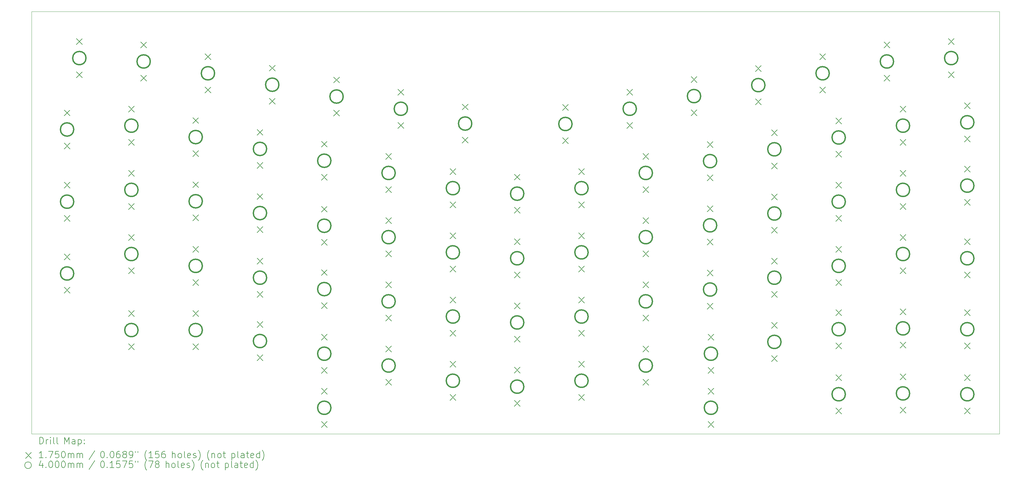
<source format=gbr>
%FSLAX45Y45*%
G04 Gerber Fmt 4.5, Leading zero omitted, Abs format (unit mm)*
G04 Created by KiCad (PCBNEW (6.99.0-1603-g82820d4b1c)) date 2022-06-17 11:00:47*
%MOMM*%
%LPD*%
G01*
G04 APERTURE LIST*
%TA.AperFunction,Profile*%
%ADD10C,0.100000*%
%TD*%
%ADD11C,0.200000*%
%ADD12C,0.175000*%
%ADD13C,0.400000*%
G04 APERTURE END LIST*
D10*
X29540200Y-4572000D02*
X29540200Y-17272000D01*
X482600Y-4572000D02*
X29540200Y-4572000D01*
X482600Y-17272000D02*
X482600Y-4572000D01*
X29540200Y-17272000D02*
X482600Y-17272000D01*
D11*
D12*
X1461900Y-7528800D02*
X1636900Y-7703800D01*
X1636900Y-7528800D02*
X1461900Y-7703800D01*
X1461900Y-8526800D02*
X1636900Y-8701800D01*
X1636900Y-8526800D02*
X1461900Y-8701800D01*
X1461900Y-9700500D02*
X1636900Y-9875500D01*
X1636900Y-9700500D02*
X1461900Y-9875500D01*
X1461900Y-10698500D02*
X1636900Y-10873500D01*
X1636900Y-10698500D02*
X1461900Y-10873500D01*
X1461900Y-11859500D02*
X1636900Y-12034500D01*
X1636900Y-11859500D02*
X1461900Y-12034500D01*
X1461900Y-12857500D02*
X1636900Y-13032500D01*
X1636900Y-12857500D02*
X1461900Y-13032500D01*
X1830200Y-5382500D02*
X2005200Y-5557500D01*
X2005200Y-5382500D02*
X1830200Y-5557500D01*
X1830200Y-6380500D02*
X2005200Y-6555500D01*
X2005200Y-6380500D02*
X1830200Y-6555500D01*
X3392300Y-7414500D02*
X3567300Y-7589500D01*
X3567300Y-7414500D02*
X3392300Y-7589500D01*
X3392300Y-8412500D02*
X3567300Y-8587500D01*
X3567300Y-8412500D02*
X3392300Y-8587500D01*
X3392300Y-9344900D02*
X3567300Y-9519900D01*
X3567300Y-9344900D02*
X3392300Y-9519900D01*
X3392300Y-10342900D02*
X3567300Y-10517900D01*
X3567300Y-10342900D02*
X3392300Y-10517900D01*
X3392300Y-11275300D02*
X3567300Y-11450300D01*
X3567300Y-11275300D02*
X3392300Y-11450300D01*
X3392300Y-12273300D02*
X3567300Y-12448300D01*
X3567300Y-12273300D02*
X3392300Y-12448300D01*
X3392300Y-13561300D02*
X3567300Y-13736300D01*
X3567300Y-13561300D02*
X3392300Y-13736300D01*
X3392300Y-14559300D02*
X3567300Y-14734300D01*
X3567300Y-14559300D02*
X3392300Y-14734300D01*
X3760600Y-5484100D02*
X3935600Y-5659100D01*
X3935600Y-5484100D02*
X3760600Y-5659100D01*
X3760600Y-6482100D02*
X3935600Y-6657100D01*
X3935600Y-6482100D02*
X3760600Y-6657100D01*
X5322700Y-7757400D02*
X5497700Y-7932400D01*
X5497700Y-7757400D02*
X5322700Y-7932400D01*
X5322700Y-8755400D02*
X5497700Y-8930400D01*
X5497700Y-8755400D02*
X5322700Y-8930400D01*
X5322700Y-9687800D02*
X5497700Y-9862800D01*
X5497700Y-9687800D02*
X5322700Y-9862800D01*
X5322700Y-10685800D02*
X5497700Y-10860800D01*
X5497700Y-10685800D02*
X5322700Y-10860800D01*
X5322700Y-11630900D02*
X5497700Y-11805900D01*
X5497700Y-11630900D02*
X5322700Y-11805900D01*
X5322700Y-12628900D02*
X5497700Y-12803900D01*
X5497700Y-12628900D02*
X5322700Y-12803900D01*
X5322700Y-13561300D02*
X5497700Y-13736300D01*
X5497700Y-13561300D02*
X5322700Y-13736300D01*
X5322700Y-14559300D02*
X5497700Y-14734300D01*
X5497700Y-14559300D02*
X5322700Y-14734300D01*
X5691000Y-5839700D02*
X5866000Y-6014700D01*
X5866000Y-5839700D02*
X5691000Y-6014700D01*
X5691000Y-6837700D02*
X5866000Y-7012700D01*
X5866000Y-6837700D02*
X5691000Y-7012700D01*
X7253100Y-8113000D02*
X7428100Y-8288000D01*
X7428100Y-8113000D02*
X7253100Y-8288000D01*
X7253100Y-9111000D02*
X7428100Y-9286000D01*
X7428100Y-9111000D02*
X7253100Y-9286000D01*
X7253100Y-10043400D02*
X7428100Y-10218400D01*
X7428100Y-10043400D02*
X7253100Y-10218400D01*
X7253100Y-11041400D02*
X7428100Y-11216400D01*
X7428100Y-11041400D02*
X7253100Y-11216400D01*
X7253100Y-11986500D02*
X7428100Y-12161500D01*
X7428100Y-11986500D02*
X7253100Y-12161500D01*
X7253100Y-12984500D02*
X7428100Y-13159500D01*
X7428100Y-12984500D02*
X7253100Y-13159500D01*
X7253100Y-13891500D02*
X7428100Y-14066500D01*
X7428100Y-13891500D02*
X7253100Y-14066500D01*
X7253100Y-14889500D02*
X7428100Y-15064500D01*
X7428100Y-14889500D02*
X7253100Y-15064500D01*
X7621400Y-6182600D02*
X7796400Y-6357600D01*
X7796400Y-6182600D02*
X7621400Y-6357600D01*
X7621400Y-7180600D02*
X7796400Y-7355600D01*
X7796400Y-7180600D02*
X7621400Y-7355600D01*
X9183500Y-8468600D02*
X9358500Y-8643600D01*
X9358500Y-8468600D02*
X9183500Y-8643600D01*
X9183500Y-9466600D02*
X9358500Y-9641600D01*
X9358500Y-9466600D02*
X9183500Y-9641600D01*
X9183500Y-10424400D02*
X9358500Y-10599400D01*
X9358500Y-10424400D02*
X9183500Y-10599400D01*
X9183500Y-11422400D02*
X9358500Y-11597400D01*
X9358500Y-11422400D02*
X9183500Y-11597400D01*
X9183500Y-12329400D02*
X9358500Y-12504400D01*
X9358500Y-12329400D02*
X9183500Y-12504400D01*
X9183500Y-13327400D02*
X9358500Y-13502400D01*
X9358500Y-13327400D02*
X9183500Y-13502400D01*
X9183500Y-14272500D02*
X9358500Y-14447500D01*
X9358500Y-14272500D02*
X9183500Y-14447500D01*
X9183500Y-15270500D02*
X9358500Y-15445500D01*
X9358500Y-15270500D02*
X9183500Y-15445500D01*
X9183500Y-15898100D02*
X9358500Y-16073100D01*
X9358500Y-15898100D02*
X9183500Y-16073100D01*
X9183500Y-16896100D02*
X9358500Y-17071100D01*
X9358500Y-16896100D02*
X9183500Y-17071100D01*
X9551800Y-6538200D02*
X9726800Y-6713200D01*
X9726800Y-6538200D02*
X9551800Y-6713200D01*
X9551800Y-7536200D02*
X9726800Y-7711200D01*
X9726800Y-7536200D02*
X9551800Y-7711200D01*
X11113900Y-8836900D02*
X11288900Y-9011900D01*
X11288900Y-8836900D02*
X11113900Y-9011900D01*
X11113900Y-9834900D02*
X11288900Y-10009900D01*
X11288900Y-9834900D02*
X11113900Y-10009900D01*
X11113900Y-10767300D02*
X11288900Y-10942300D01*
X11288900Y-10767300D02*
X11113900Y-10942300D01*
X11113900Y-11765300D02*
X11288900Y-11940300D01*
X11288900Y-11765300D02*
X11113900Y-11940300D01*
X11113900Y-12697700D02*
X11288900Y-12872700D01*
X11288900Y-12697700D02*
X11113900Y-12872700D01*
X11113900Y-13695700D02*
X11288900Y-13870700D01*
X11288900Y-13695700D02*
X11113900Y-13870700D01*
X11113900Y-14628100D02*
X11288900Y-14803100D01*
X11288900Y-14628100D02*
X11113900Y-14803100D01*
X11113900Y-15626100D02*
X11288900Y-15801100D01*
X11288900Y-15626100D02*
X11113900Y-15801100D01*
X11482200Y-6906500D02*
X11657200Y-7081500D01*
X11657200Y-6906500D02*
X11482200Y-7081500D01*
X11482200Y-7904500D02*
X11657200Y-8079500D01*
X11657200Y-7904500D02*
X11482200Y-8079500D01*
X13044300Y-9294100D02*
X13219300Y-9469100D01*
X13219300Y-9294100D02*
X13044300Y-9469100D01*
X13044300Y-10292100D02*
X13219300Y-10467100D01*
X13219300Y-10292100D02*
X13044300Y-10467100D01*
X13044300Y-11224500D02*
X13219300Y-11399500D01*
X13219300Y-11224500D02*
X13044300Y-11399500D01*
X13044300Y-12222500D02*
X13219300Y-12397500D01*
X13219300Y-12222500D02*
X13044300Y-12397500D01*
X13044300Y-13154900D02*
X13219300Y-13329900D01*
X13219300Y-13154900D02*
X13044300Y-13329900D01*
X13044300Y-14152900D02*
X13219300Y-14327900D01*
X13219300Y-14152900D02*
X13044300Y-14327900D01*
X13044300Y-15085300D02*
X13219300Y-15260300D01*
X13219300Y-15085300D02*
X13044300Y-15260300D01*
X13044300Y-16083300D02*
X13219300Y-16258300D01*
X13219300Y-16083300D02*
X13044300Y-16258300D01*
X13412600Y-7351000D02*
X13587600Y-7526000D01*
X13587600Y-7351000D02*
X13412600Y-7526000D01*
X13412600Y-8349000D02*
X13587600Y-8524000D01*
X13587600Y-8349000D02*
X13412600Y-8524000D01*
X14974700Y-9459200D02*
X15149700Y-9634200D01*
X15149700Y-9459200D02*
X14974700Y-9634200D01*
X14974700Y-10457200D02*
X15149700Y-10632200D01*
X15149700Y-10457200D02*
X14974700Y-10632200D01*
X14974700Y-11402300D02*
X15149700Y-11577300D01*
X15149700Y-11402300D02*
X14974700Y-11577300D01*
X14974700Y-12400300D02*
X15149700Y-12575300D01*
X15149700Y-12400300D02*
X14974700Y-12575300D01*
X14974700Y-13332700D02*
X15149700Y-13507700D01*
X15149700Y-13332700D02*
X14974700Y-13507700D01*
X14974700Y-14330700D02*
X15149700Y-14505700D01*
X15149700Y-14330700D02*
X14974700Y-14505700D01*
X14974700Y-15263100D02*
X15149700Y-15438100D01*
X15149700Y-15263100D02*
X14974700Y-15438100D01*
X14974700Y-16261100D02*
X15149700Y-16436100D01*
X15149700Y-16261100D02*
X14974700Y-16436100D01*
X16422500Y-7363700D02*
X16597500Y-7538700D01*
X16597500Y-7363700D02*
X16422500Y-7538700D01*
X16422500Y-8361700D02*
X16597500Y-8536700D01*
X16597500Y-8361700D02*
X16422500Y-8536700D01*
X16905100Y-9294100D02*
X17080100Y-9469100D01*
X17080100Y-9294100D02*
X16905100Y-9469100D01*
X16905100Y-10292100D02*
X17080100Y-10467100D01*
X17080100Y-10292100D02*
X16905100Y-10467100D01*
X16905100Y-11224500D02*
X17080100Y-11399500D01*
X17080100Y-11224500D02*
X16905100Y-11399500D01*
X16905100Y-12222500D02*
X17080100Y-12397500D01*
X17080100Y-12222500D02*
X16905100Y-12397500D01*
X16905100Y-13154900D02*
X17080100Y-13329900D01*
X17080100Y-13154900D02*
X16905100Y-13329900D01*
X16905100Y-14152900D02*
X17080100Y-14327900D01*
X17080100Y-14152900D02*
X16905100Y-14327900D01*
X16905100Y-15085300D02*
X17080100Y-15260300D01*
X17080100Y-15085300D02*
X16905100Y-15260300D01*
X16905100Y-16083300D02*
X17080100Y-16258300D01*
X17080100Y-16083300D02*
X16905100Y-16258300D01*
X18352900Y-6906500D02*
X18527900Y-7081500D01*
X18527900Y-6906500D02*
X18352900Y-7081500D01*
X18352900Y-7904500D02*
X18527900Y-8079500D01*
X18527900Y-7904500D02*
X18352900Y-8079500D01*
X18835500Y-8836900D02*
X19010500Y-9011900D01*
X19010500Y-8836900D02*
X18835500Y-9011900D01*
X18835500Y-9834900D02*
X19010500Y-10009900D01*
X19010500Y-9834900D02*
X18835500Y-10009900D01*
X18835500Y-10767300D02*
X19010500Y-10942300D01*
X19010500Y-10767300D02*
X18835500Y-10942300D01*
X18835500Y-11765300D02*
X19010500Y-11940300D01*
X19010500Y-11765300D02*
X18835500Y-11940300D01*
X18835500Y-12697700D02*
X19010500Y-12872700D01*
X19010500Y-12697700D02*
X18835500Y-12872700D01*
X18835500Y-13695700D02*
X19010500Y-13870700D01*
X19010500Y-13695700D02*
X18835500Y-13870700D01*
X18835500Y-14628100D02*
X19010500Y-14803100D01*
X19010500Y-14628100D02*
X18835500Y-14803100D01*
X18835500Y-15626100D02*
X19010500Y-15801100D01*
X19010500Y-15626100D02*
X18835500Y-15801100D01*
X20283300Y-6525500D02*
X20458300Y-6700500D01*
X20458300Y-6525500D02*
X20283300Y-6700500D01*
X20283300Y-7523500D02*
X20458300Y-7698500D01*
X20458300Y-7523500D02*
X20283300Y-7698500D01*
X20765900Y-8481300D02*
X20940900Y-8656300D01*
X20940900Y-8481300D02*
X20765900Y-8656300D01*
X20765900Y-9479300D02*
X20940900Y-9654300D01*
X20940900Y-9479300D02*
X20765900Y-9654300D01*
X20765900Y-10411700D02*
X20940900Y-10586700D01*
X20940900Y-10411700D02*
X20765900Y-10586700D01*
X20765900Y-11409700D02*
X20940900Y-11584700D01*
X20940900Y-11409700D02*
X20765900Y-11584700D01*
X20765900Y-12342100D02*
X20940900Y-12517100D01*
X20940900Y-12342100D02*
X20765900Y-12517100D01*
X20765900Y-13340100D02*
X20940900Y-13515100D01*
X20940900Y-13340100D02*
X20765900Y-13515100D01*
X20791300Y-14272500D02*
X20966300Y-14447500D01*
X20966300Y-14272500D02*
X20791300Y-14447500D01*
X20791300Y-15270500D02*
X20966300Y-15445500D01*
X20966300Y-15270500D02*
X20791300Y-15445500D01*
X20791300Y-15898100D02*
X20966300Y-16073100D01*
X20966300Y-15898100D02*
X20791300Y-16073100D01*
X20791300Y-16896100D02*
X20966300Y-17071100D01*
X20966300Y-16896100D02*
X20791300Y-17071100D01*
X22213700Y-6195300D02*
X22388700Y-6370300D01*
X22388700Y-6195300D02*
X22213700Y-6370300D01*
X22213700Y-7193300D02*
X22388700Y-7368300D01*
X22388700Y-7193300D02*
X22213700Y-7368300D01*
X22696300Y-8125700D02*
X22871300Y-8300700D01*
X22871300Y-8125700D02*
X22696300Y-8300700D01*
X22696300Y-9123700D02*
X22871300Y-9298700D01*
X22871300Y-9123700D02*
X22696300Y-9298700D01*
X22696300Y-10056100D02*
X22871300Y-10231100D01*
X22871300Y-10056100D02*
X22696300Y-10231100D01*
X22696300Y-11054100D02*
X22871300Y-11229100D01*
X22871300Y-11054100D02*
X22696300Y-11229100D01*
X22696300Y-11986500D02*
X22871300Y-12161500D01*
X22871300Y-11986500D02*
X22696300Y-12161500D01*
X22696300Y-12984500D02*
X22871300Y-13159500D01*
X22871300Y-12984500D02*
X22696300Y-13159500D01*
X22696300Y-13916900D02*
X22871300Y-14091900D01*
X22871300Y-13916900D02*
X22696300Y-14091900D01*
X22696300Y-14914900D02*
X22871300Y-15089900D01*
X22871300Y-14914900D02*
X22696300Y-15089900D01*
X24144100Y-5839700D02*
X24319100Y-6014700D01*
X24319100Y-5839700D02*
X24144100Y-6014700D01*
X24144100Y-6837700D02*
X24319100Y-7012700D01*
X24319100Y-6837700D02*
X24144100Y-7012700D01*
X24626700Y-7770100D02*
X24801700Y-7945100D01*
X24801700Y-7770100D02*
X24626700Y-7945100D01*
X24626700Y-8768100D02*
X24801700Y-8943100D01*
X24801700Y-8768100D02*
X24626700Y-8943100D01*
X24626700Y-9700500D02*
X24801700Y-9875500D01*
X24801700Y-9700500D02*
X24626700Y-9875500D01*
X24626700Y-10698500D02*
X24801700Y-10873500D01*
X24801700Y-10698500D02*
X24626700Y-10873500D01*
X24626700Y-11630900D02*
X24801700Y-11805900D01*
X24801700Y-11630900D02*
X24626700Y-11805900D01*
X24626700Y-12628900D02*
X24801700Y-12803900D01*
X24801700Y-12628900D02*
X24626700Y-12803900D01*
X24626700Y-13535900D02*
X24801700Y-13710900D01*
X24801700Y-13535900D02*
X24626700Y-13710900D01*
X24626700Y-14533900D02*
X24801700Y-14708900D01*
X24801700Y-14533900D02*
X24626700Y-14708900D01*
X24626700Y-15491700D02*
X24801700Y-15666700D01*
X24801700Y-15491700D02*
X24626700Y-15666700D01*
X24626700Y-16489700D02*
X24801700Y-16664700D01*
X24801700Y-16489700D02*
X24626700Y-16664700D01*
X26074500Y-5484100D02*
X26249500Y-5659100D01*
X26249500Y-5484100D02*
X26074500Y-5659100D01*
X26074500Y-6482100D02*
X26249500Y-6657100D01*
X26249500Y-6482100D02*
X26074500Y-6657100D01*
X26557100Y-7414500D02*
X26732100Y-7589500D01*
X26732100Y-7414500D02*
X26557100Y-7589500D01*
X26557100Y-8412500D02*
X26732100Y-8587500D01*
X26732100Y-8412500D02*
X26557100Y-8587500D01*
X26557100Y-9344900D02*
X26732100Y-9519900D01*
X26732100Y-9344900D02*
X26557100Y-9519900D01*
X26557100Y-10342900D02*
X26732100Y-10517900D01*
X26732100Y-10342900D02*
X26557100Y-10517900D01*
X26557100Y-11275300D02*
X26732100Y-11450300D01*
X26732100Y-11275300D02*
X26557100Y-11450300D01*
X26557100Y-12273300D02*
X26732100Y-12448300D01*
X26732100Y-12273300D02*
X26557100Y-12448300D01*
X26557100Y-13510500D02*
X26732100Y-13685500D01*
X26732100Y-13510500D02*
X26557100Y-13685500D01*
X26557100Y-14508500D02*
X26732100Y-14683500D01*
X26732100Y-14508500D02*
X26557100Y-14683500D01*
X26557100Y-15466300D02*
X26732100Y-15641300D01*
X26732100Y-15466300D02*
X26557100Y-15641300D01*
X26557100Y-16464300D02*
X26732100Y-16639300D01*
X26732100Y-16464300D02*
X26557100Y-16639300D01*
X28004900Y-5382500D02*
X28179900Y-5557500D01*
X28179900Y-5382500D02*
X28004900Y-5557500D01*
X28004900Y-6380500D02*
X28179900Y-6555500D01*
X28179900Y-6380500D02*
X28004900Y-6555500D01*
X28487500Y-7312900D02*
X28662500Y-7487900D01*
X28662500Y-7312900D02*
X28487500Y-7487900D01*
X28487500Y-8310900D02*
X28662500Y-8485900D01*
X28662500Y-8310900D02*
X28487500Y-8485900D01*
X28487500Y-9217900D02*
X28662500Y-9392900D01*
X28662500Y-9217900D02*
X28487500Y-9392900D01*
X28487500Y-10215900D02*
X28662500Y-10390900D01*
X28662500Y-10215900D02*
X28487500Y-10390900D01*
X28487500Y-11402300D02*
X28662500Y-11577300D01*
X28662500Y-11402300D02*
X28487500Y-11577300D01*
X28487500Y-12400300D02*
X28662500Y-12575300D01*
X28662500Y-12400300D02*
X28487500Y-12575300D01*
X28487500Y-13535900D02*
X28662500Y-13710900D01*
X28662500Y-13535900D02*
X28487500Y-13710900D01*
X28487500Y-14533900D02*
X28662500Y-14708900D01*
X28662500Y-14533900D02*
X28487500Y-14708900D01*
X28487500Y-15491700D02*
X28662500Y-15666700D01*
X28662500Y-15491700D02*
X28487500Y-15666700D01*
X28487500Y-16489700D02*
X28662500Y-16664700D01*
X28662500Y-16489700D02*
X28487500Y-16664700D01*
D13*
X1749400Y-8115300D02*
G75*
G03*
X1749400Y-8115300I-200000J0D01*
G01*
X1749400Y-10287000D02*
G75*
G03*
X1749400Y-10287000I-200000J0D01*
G01*
X1749400Y-12446000D02*
G75*
G03*
X1749400Y-12446000I-200000J0D01*
G01*
X2117700Y-5969000D02*
G75*
G03*
X2117700Y-5969000I-200000J0D01*
G01*
X3679800Y-8001000D02*
G75*
G03*
X3679800Y-8001000I-200000J0D01*
G01*
X3679800Y-9931400D02*
G75*
G03*
X3679800Y-9931400I-200000J0D01*
G01*
X3679800Y-11861800D02*
G75*
G03*
X3679800Y-11861800I-200000J0D01*
G01*
X3679800Y-14147800D02*
G75*
G03*
X3679800Y-14147800I-200000J0D01*
G01*
X4048100Y-6070600D02*
G75*
G03*
X4048100Y-6070600I-200000J0D01*
G01*
X5610200Y-8343900D02*
G75*
G03*
X5610200Y-8343900I-200000J0D01*
G01*
X5610200Y-10274300D02*
G75*
G03*
X5610200Y-10274300I-200000J0D01*
G01*
X5610200Y-12217400D02*
G75*
G03*
X5610200Y-12217400I-200000J0D01*
G01*
X5610200Y-14147800D02*
G75*
G03*
X5610200Y-14147800I-200000J0D01*
G01*
X5978500Y-6426200D02*
G75*
G03*
X5978500Y-6426200I-200000J0D01*
G01*
X7540600Y-8699500D02*
G75*
G03*
X7540600Y-8699500I-200000J0D01*
G01*
X7540600Y-10629900D02*
G75*
G03*
X7540600Y-10629900I-200000J0D01*
G01*
X7540600Y-12573000D02*
G75*
G03*
X7540600Y-12573000I-200000J0D01*
G01*
X7540600Y-14478000D02*
G75*
G03*
X7540600Y-14478000I-200000J0D01*
G01*
X7908900Y-6769100D02*
G75*
G03*
X7908900Y-6769100I-200000J0D01*
G01*
X9471000Y-9055100D02*
G75*
G03*
X9471000Y-9055100I-200000J0D01*
G01*
X9471000Y-11010900D02*
G75*
G03*
X9471000Y-11010900I-200000J0D01*
G01*
X9471000Y-12915900D02*
G75*
G03*
X9471000Y-12915900I-200000J0D01*
G01*
X9471000Y-14859000D02*
G75*
G03*
X9471000Y-14859000I-200000J0D01*
G01*
X9471000Y-16484600D02*
G75*
G03*
X9471000Y-16484600I-200000J0D01*
G01*
X9839300Y-7124700D02*
G75*
G03*
X9839300Y-7124700I-200000J0D01*
G01*
X11401400Y-9423400D02*
G75*
G03*
X11401400Y-9423400I-200000J0D01*
G01*
X11401400Y-11353800D02*
G75*
G03*
X11401400Y-11353800I-200000J0D01*
G01*
X11401400Y-13284200D02*
G75*
G03*
X11401400Y-13284200I-200000J0D01*
G01*
X11401400Y-15214600D02*
G75*
G03*
X11401400Y-15214600I-200000J0D01*
G01*
X11769700Y-7493000D02*
G75*
G03*
X11769700Y-7493000I-200000J0D01*
G01*
X13331800Y-9880600D02*
G75*
G03*
X13331800Y-9880600I-200000J0D01*
G01*
X13331800Y-11811000D02*
G75*
G03*
X13331800Y-11811000I-200000J0D01*
G01*
X13331800Y-13741400D02*
G75*
G03*
X13331800Y-13741400I-200000J0D01*
G01*
X13331800Y-15671800D02*
G75*
G03*
X13331800Y-15671800I-200000J0D01*
G01*
X13700100Y-7937500D02*
G75*
G03*
X13700100Y-7937500I-200000J0D01*
G01*
X15262200Y-10045700D02*
G75*
G03*
X15262200Y-10045700I-200000J0D01*
G01*
X15262200Y-11988800D02*
G75*
G03*
X15262200Y-11988800I-200000J0D01*
G01*
X15262200Y-13919200D02*
G75*
G03*
X15262200Y-13919200I-200000J0D01*
G01*
X15262200Y-15849600D02*
G75*
G03*
X15262200Y-15849600I-200000J0D01*
G01*
X16710000Y-7950200D02*
G75*
G03*
X16710000Y-7950200I-200000J0D01*
G01*
X17192600Y-9880600D02*
G75*
G03*
X17192600Y-9880600I-200000J0D01*
G01*
X17192600Y-11811000D02*
G75*
G03*
X17192600Y-11811000I-200000J0D01*
G01*
X17192600Y-13741400D02*
G75*
G03*
X17192600Y-13741400I-200000J0D01*
G01*
X17192600Y-15671800D02*
G75*
G03*
X17192600Y-15671800I-200000J0D01*
G01*
X18640400Y-7493000D02*
G75*
G03*
X18640400Y-7493000I-200000J0D01*
G01*
X19123000Y-9423400D02*
G75*
G03*
X19123000Y-9423400I-200000J0D01*
G01*
X19123000Y-11353800D02*
G75*
G03*
X19123000Y-11353800I-200000J0D01*
G01*
X19123000Y-13284200D02*
G75*
G03*
X19123000Y-13284200I-200000J0D01*
G01*
X19123000Y-15214600D02*
G75*
G03*
X19123000Y-15214600I-200000J0D01*
G01*
X20570800Y-7112000D02*
G75*
G03*
X20570800Y-7112000I-200000J0D01*
G01*
X21053400Y-9067800D02*
G75*
G03*
X21053400Y-9067800I-200000J0D01*
G01*
X21053400Y-10998200D02*
G75*
G03*
X21053400Y-10998200I-200000J0D01*
G01*
X21053400Y-12928600D02*
G75*
G03*
X21053400Y-12928600I-200000J0D01*
G01*
X21078800Y-14859000D02*
G75*
G03*
X21078800Y-14859000I-200000J0D01*
G01*
X21078800Y-16484600D02*
G75*
G03*
X21078800Y-16484600I-200000J0D01*
G01*
X22501200Y-6781800D02*
G75*
G03*
X22501200Y-6781800I-200000J0D01*
G01*
X22983800Y-8712200D02*
G75*
G03*
X22983800Y-8712200I-200000J0D01*
G01*
X22983800Y-10642600D02*
G75*
G03*
X22983800Y-10642600I-200000J0D01*
G01*
X22983800Y-12573000D02*
G75*
G03*
X22983800Y-12573000I-200000J0D01*
G01*
X22983800Y-14503400D02*
G75*
G03*
X22983800Y-14503400I-200000J0D01*
G01*
X24431600Y-6426200D02*
G75*
G03*
X24431600Y-6426200I-200000J0D01*
G01*
X24914200Y-8356600D02*
G75*
G03*
X24914200Y-8356600I-200000J0D01*
G01*
X24914200Y-10287000D02*
G75*
G03*
X24914200Y-10287000I-200000J0D01*
G01*
X24914200Y-12217400D02*
G75*
G03*
X24914200Y-12217400I-200000J0D01*
G01*
X24914200Y-14122400D02*
G75*
G03*
X24914200Y-14122400I-200000J0D01*
G01*
X24914200Y-16078200D02*
G75*
G03*
X24914200Y-16078200I-200000J0D01*
G01*
X26362000Y-6070600D02*
G75*
G03*
X26362000Y-6070600I-200000J0D01*
G01*
X26844600Y-8001000D02*
G75*
G03*
X26844600Y-8001000I-200000J0D01*
G01*
X26844600Y-9931400D02*
G75*
G03*
X26844600Y-9931400I-200000J0D01*
G01*
X26844600Y-11861800D02*
G75*
G03*
X26844600Y-11861800I-200000J0D01*
G01*
X26844600Y-14097000D02*
G75*
G03*
X26844600Y-14097000I-200000J0D01*
G01*
X26844600Y-16052800D02*
G75*
G03*
X26844600Y-16052800I-200000J0D01*
G01*
X28292400Y-5969000D02*
G75*
G03*
X28292400Y-5969000I-200000J0D01*
G01*
X28775000Y-7899400D02*
G75*
G03*
X28775000Y-7899400I-200000J0D01*
G01*
X28775000Y-9804400D02*
G75*
G03*
X28775000Y-9804400I-200000J0D01*
G01*
X28775000Y-11988800D02*
G75*
G03*
X28775000Y-11988800I-200000J0D01*
G01*
X28775000Y-14122400D02*
G75*
G03*
X28775000Y-14122400I-200000J0D01*
G01*
X28775000Y-16078200D02*
G75*
G03*
X28775000Y-16078200I-200000J0D01*
G01*
D11*
X725219Y-17570476D02*
X725219Y-17370476D01*
X725219Y-17370476D02*
X772838Y-17370476D01*
X772838Y-17370476D02*
X801409Y-17380000D01*
X801409Y-17380000D02*
X820457Y-17399048D01*
X820457Y-17399048D02*
X829981Y-17418095D01*
X829981Y-17418095D02*
X839505Y-17456190D01*
X839505Y-17456190D02*
X839505Y-17484762D01*
X839505Y-17484762D02*
X829981Y-17522857D01*
X829981Y-17522857D02*
X820457Y-17541905D01*
X820457Y-17541905D02*
X801409Y-17560952D01*
X801409Y-17560952D02*
X772838Y-17570476D01*
X772838Y-17570476D02*
X725219Y-17570476D01*
X925219Y-17570476D02*
X925219Y-17437143D01*
X925219Y-17475238D02*
X934743Y-17456190D01*
X934743Y-17456190D02*
X944267Y-17446667D01*
X944267Y-17446667D02*
X963314Y-17437143D01*
X963314Y-17437143D02*
X982362Y-17437143D01*
X1049029Y-17570476D02*
X1049029Y-17437143D01*
X1049029Y-17370476D02*
X1039505Y-17380000D01*
X1039505Y-17380000D02*
X1049029Y-17389524D01*
X1049029Y-17389524D02*
X1058552Y-17380000D01*
X1058552Y-17380000D02*
X1049029Y-17370476D01*
X1049029Y-17370476D02*
X1049029Y-17389524D01*
X1172838Y-17570476D02*
X1153790Y-17560952D01*
X1153790Y-17560952D02*
X1144267Y-17541905D01*
X1144267Y-17541905D02*
X1144267Y-17370476D01*
X1277600Y-17570476D02*
X1258552Y-17560952D01*
X1258552Y-17560952D02*
X1249029Y-17541905D01*
X1249029Y-17541905D02*
X1249029Y-17370476D01*
X1473790Y-17570476D02*
X1473790Y-17370476D01*
X1473790Y-17370476D02*
X1540457Y-17513333D01*
X1540457Y-17513333D02*
X1607124Y-17370476D01*
X1607124Y-17370476D02*
X1607124Y-17570476D01*
X1788076Y-17570476D02*
X1788076Y-17465714D01*
X1788076Y-17465714D02*
X1778552Y-17446667D01*
X1778552Y-17446667D02*
X1759505Y-17437143D01*
X1759505Y-17437143D02*
X1721409Y-17437143D01*
X1721409Y-17437143D02*
X1702362Y-17446667D01*
X1788076Y-17560952D02*
X1769028Y-17570476D01*
X1769028Y-17570476D02*
X1721409Y-17570476D01*
X1721409Y-17570476D02*
X1702362Y-17560952D01*
X1702362Y-17560952D02*
X1692838Y-17541905D01*
X1692838Y-17541905D02*
X1692838Y-17522857D01*
X1692838Y-17522857D02*
X1702362Y-17503810D01*
X1702362Y-17503810D02*
X1721409Y-17494286D01*
X1721409Y-17494286D02*
X1769028Y-17494286D01*
X1769028Y-17494286D02*
X1788076Y-17484762D01*
X1883314Y-17437143D02*
X1883314Y-17637143D01*
X1883314Y-17446667D02*
X1902362Y-17437143D01*
X1902362Y-17437143D02*
X1940457Y-17437143D01*
X1940457Y-17437143D02*
X1959505Y-17446667D01*
X1959505Y-17446667D02*
X1969028Y-17456190D01*
X1969028Y-17456190D02*
X1978552Y-17475238D01*
X1978552Y-17475238D02*
X1978552Y-17532381D01*
X1978552Y-17532381D02*
X1969028Y-17551429D01*
X1969028Y-17551429D02*
X1959505Y-17560952D01*
X1959505Y-17560952D02*
X1940457Y-17570476D01*
X1940457Y-17570476D02*
X1902362Y-17570476D01*
X1902362Y-17570476D02*
X1883314Y-17560952D01*
X2064267Y-17551429D02*
X2073790Y-17560952D01*
X2073790Y-17560952D02*
X2064267Y-17570476D01*
X2064267Y-17570476D02*
X2054743Y-17560952D01*
X2054743Y-17560952D02*
X2064267Y-17551429D01*
X2064267Y-17551429D02*
X2064267Y-17570476D01*
X2064267Y-17446667D02*
X2073790Y-17456190D01*
X2073790Y-17456190D02*
X2064267Y-17465714D01*
X2064267Y-17465714D02*
X2054743Y-17456190D01*
X2054743Y-17456190D02*
X2064267Y-17446667D01*
X2064267Y-17446667D02*
X2064267Y-17465714D01*
D12*
X302600Y-17829500D02*
X477600Y-18004500D01*
X477600Y-17829500D02*
X302600Y-18004500D01*
D11*
X829981Y-17990476D02*
X715695Y-17990476D01*
X772838Y-17990476D02*
X772838Y-17790476D01*
X772838Y-17790476D02*
X753790Y-17819048D01*
X753790Y-17819048D02*
X734743Y-17838095D01*
X734743Y-17838095D02*
X715695Y-17847619D01*
X915695Y-17971429D02*
X925219Y-17980952D01*
X925219Y-17980952D02*
X915695Y-17990476D01*
X915695Y-17990476D02*
X906171Y-17980952D01*
X906171Y-17980952D02*
X915695Y-17971429D01*
X915695Y-17971429D02*
X915695Y-17990476D01*
X991886Y-17790476D02*
X1125219Y-17790476D01*
X1125219Y-17790476D02*
X1039505Y-17990476D01*
X1296648Y-17790476D02*
X1201410Y-17790476D01*
X1201410Y-17790476D02*
X1191886Y-17885714D01*
X1191886Y-17885714D02*
X1201410Y-17876190D01*
X1201410Y-17876190D02*
X1220457Y-17866667D01*
X1220457Y-17866667D02*
X1268076Y-17866667D01*
X1268076Y-17866667D02*
X1287124Y-17876190D01*
X1287124Y-17876190D02*
X1296648Y-17885714D01*
X1296648Y-17885714D02*
X1306171Y-17904762D01*
X1306171Y-17904762D02*
X1306171Y-17952381D01*
X1306171Y-17952381D02*
X1296648Y-17971429D01*
X1296648Y-17971429D02*
X1287124Y-17980952D01*
X1287124Y-17980952D02*
X1268076Y-17990476D01*
X1268076Y-17990476D02*
X1220457Y-17990476D01*
X1220457Y-17990476D02*
X1201410Y-17980952D01*
X1201410Y-17980952D02*
X1191886Y-17971429D01*
X1429981Y-17790476D02*
X1449029Y-17790476D01*
X1449029Y-17790476D02*
X1468076Y-17800000D01*
X1468076Y-17800000D02*
X1477600Y-17809524D01*
X1477600Y-17809524D02*
X1487124Y-17828571D01*
X1487124Y-17828571D02*
X1496648Y-17866667D01*
X1496648Y-17866667D02*
X1496648Y-17914286D01*
X1496648Y-17914286D02*
X1487124Y-17952381D01*
X1487124Y-17952381D02*
X1477600Y-17971429D01*
X1477600Y-17971429D02*
X1468076Y-17980952D01*
X1468076Y-17980952D02*
X1449029Y-17990476D01*
X1449029Y-17990476D02*
X1429981Y-17990476D01*
X1429981Y-17990476D02*
X1410933Y-17980952D01*
X1410933Y-17980952D02*
X1401409Y-17971429D01*
X1401409Y-17971429D02*
X1391886Y-17952381D01*
X1391886Y-17952381D02*
X1382362Y-17914286D01*
X1382362Y-17914286D02*
X1382362Y-17866667D01*
X1382362Y-17866667D02*
X1391886Y-17828571D01*
X1391886Y-17828571D02*
X1401409Y-17809524D01*
X1401409Y-17809524D02*
X1410933Y-17800000D01*
X1410933Y-17800000D02*
X1429981Y-17790476D01*
X1582362Y-17990476D02*
X1582362Y-17857143D01*
X1582362Y-17876190D02*
X1591886Y-17866667D01*
X1591886Y-17866667D02*
X1610933Y-17857143D01*
X1610933Y-17857143D02*
X1639505Y-17857143D01*
X1639505Y-17857143D02*
X1658552Y-17866667D01*
X1658552Y-17866667D02*
X1668076Y-17885714D01*
X1668076Y-17885714D02*
X1668076Y-17990476D01*
X1668076Y-17885714D02*
X1677600Y-17866667D01*
X1677600Y-17866667D02*
X1696648Y-17857143D01*
X1696648Y-17857143D02*
X1725219Y-17857143D01*
X1725219Y-17857143D02*
X1744267Y-17866667D01*
X1744267Y-17866667D02*
X1753790Y-17885714D01*
X1753790Y-17885714D02*
X1753790Y-17990476D01*
X1849029Y-17990476D02*
X1849029Y-17857143D01*
X1849029Y-17876190D02*
X1858552Y-17866667D01*
X1858552Y-17866667D02*
X1877600Y-17857143D01*
X1877600Y-17857143D02*
X1906171Y-17857143D01*
X1906171Y-17857143D02*
X1925219Y-17866667D01*
X1925219Y-17866667D02*
X1934743Y-17885714D01*
X1934743Y-17885714D02*
X1934743Y-17990476D01*
X1934743Y-17885714D02*
X1944267Y-17866667D01*
X1944267Y-17866667D02*
X1963314Y-17857143D01*
X1963314Y-17857143D02*
X1991886Y-17857143D01*
X1991886Y-17857143D02*
X2010933Y-17866667D01*
X2010933Y-17866667D02*
X2020457Y-17885714D01*
X2020457Y-17885714D02*
X2020457Y-17990476D01*
X2378552Y-17780952D02*
X2207124Y-18038095D01*
X2603314Y-17790476D02*
X2622362Y-17790476D01*
X2622362Y-17790476D02*
X2641410Y-17800000D01*
X2641410Y-17800000D02*
X2650933Y-17809524D01*
X2650933Y-17809524D02*
X2660457Y-17828571D01*
X2660457Y-17828571D02*
X2669981Y-17866667D01*
X2669981Y-17866667D02*
X2669981Y-17914286D01*
X2669981Y-17914286D02*
X2660457Y-17952381D01*
X2660457Y-17952381D02*
X2650933Y-17971429D01*
X2650933Y-17971429D02*
X2641410Y-17980952D01*
X2641410Y-17980952D02*
X2622362Y-17990476D01*
X2622362Y-17990476D02*
X2603314Y-17990476D01*
X2603314Y-17990476D02*
X2584267Y-17980952D01*
X2584267Y-17980952D02*
X2574743Y-17971429D01*
X2574743Y-17971429D02*
X2565219Y-17952381D01*
X2565219Y-17952381D02*
X2555695Y-17914286D01*
X2555695Y-17914286D02*
X2555695Y-17866667D01*
X2555695Y-17866667D02*
X2565219Y-17828571D01*
X2565219Y-17828571D02*
X2574743Y-17809524D01*
X2574743Y-17809524D02*
X2584267Y-17800000D01*
X2584267Y-17800000D02*
X2603314Y-17790476D01*
X2755695Y-17971429D02*
X2765219Y-17980952D01*
X2765219Y-17980952D02*
X2755695Y-17990476D01*
X2755695Y-17990476D02*
X2746172Y-17980952D01*
X2746172Y-17980952D02*
X2755695Y-17971429D01*
X2755695Y-17971429D02*
X2755695Y-17990476D01*
X2889029Y-17790476D02*
X2908076Y-17790476D01*
X2908076Y-17790476D02*
X2927124Y-17800000D01*
X2927124Y-17800000D02*
X2936648Y-17809524D01*
X2936648Y-17809524D02*
X2946171Y-17828571D01*
X2946171Y-17828571D02*
X2955695Y-17866667D01*
X2955695Y-17866667D02*
X2955695Y-17914286D01*
X2955695Y-17914286D02*
X2946171Y-17952381D01*
X2946171Y-17952381D02*
X2936648Y-17971429D01*
X2936648Y-17971429D02*
X2927124Y-17980952D01*
X2927124Y-17980952D02*
X2908076Y-17990476D01*
X2908076Y-17990476D02*
X2889029Y-17990476D01*
X2889029Y-17990476D02*
X2869981Y-17980952D01*
X2869981Y-17980952D02*
X2860457Y-17971429D01*
X2860457Y-17971429D02*
X2850933Y-17952381D01*
X2850933Y-17952381D02*
X2841410Y-17914286D01*
X2841410Y-17914286D02*
X2841410Y-17866667D01*
X2841410Y-17866667D02*
X2850933Y-17828571D01*
X2850933Y-17828571D02*
X2860457Y-17809524D01*
X2860457Y-17809524D02*
X2869981Y-17800000D01*
X2869981Y-17800000D02*
X2889029Y-17790476D01*
X3127124Y-17790476D02*
X3089029Y-17790476D01*
X3089029Y-17790476D02*
X3069981Y-17800000D01*
X3069981Y-17800000D02*
X3060457Y-17809524D01*
X3060457Y-17809524D02*
X3041410Y-17838095D01*
X3041410Y-17838095D02*
X3031886Y-17876190D01*
X3031886Y-17876190D02*
X3031886Y-17952381D01*
X3031886Y-17952381D02*
X3041410Y-17971429D01*
X3041410Y-17971429D02*
X3050933Y-17980952D01*
X3050933Y-17980952D02*
X3069981Y-17990476D01*
X3069981Y-17990476D02*
X3108076Y-17990476D01*
X3108076Y-17990476D02*
X3127124Y-17980952D01*
X3127124Y-17980952D02*
X3136648Y-17971429D01*
X3136648Y-17971429D02*
X3146171Y-17952381D01*
X3146171Y-17952381D02*
X3146171Y-17904762D01*
X3146171Y-17904762D02*
X3136648Y-17885714D01*
X3136648Y-17885714D02*
X3127124Y-17876190D01*
X3127124Y-17876190D02*
X3108076Y-17866667D01*
X3108076Y-17866667D02*
X3069981Y-17866667D01*
X3069981Y-17866667D02*
X3050933Y-17876190D01*
X3050933Y-17876190D02*
X3041410Y-17885714D01*
X3041410Y-17885714D02*
X3031886Y-17904762D01*
X3260457Y-17876190D02*
X3241410Y-17866667D01*
X3241410Y-17866667D02*
X3231886Y-17857143D01*
X3231886Y-17857143D02*
X3222362Y-17838095D01*
X3222362Y-17838095D02*
X3222362Y-17828571D01*
X3222362Y-17828571D02*
X3231886Y-17809524D01*
X3231886Y-17809524D02*
X3241410Y-17800000D01*
X3241410Y-17800000D02*
X3260457Y-17790476D01*
X3260457Y-17790476D02*
X3298552Y-17790476D01*
X3298552Y-17790476D02*
X3317600Y-17800000D01*
X3317600Y-17800000D02*
X3327124Y-17809524D01*
X3327124Y-17809524D02*
X3336648Y-17828571D01*
X3336648Y-17828571D02*
X3336648Y-17838095D01*
X3336648Y-17838095D02*
X3327124Y-17857143D01*
X3327124Y-17857143D02*
X3317600Y-17866667D01*
X3317600Y-17866667D02*
X3298552Y-17876190D01*
X3298552Y-17876190D02*
X3260457Y-17876190D01*
X3260457Y-17876190D02*
X3241410Y-17885714D01*
X3241410Y-17885714D02*
X3231886Y-17895238D01*
X3231886Y-17895238D02*
X3222362Y-17914286D01*
X3222362Y-17914286D02*
X3222362Y-17952381D01*
X3222362Y-17952381D02*
X3231886Y-17971429D01*
X3231886Y-17971429D02*
X3241410Y-17980952D01*
X3241410Y-17980952D02*
X3260457Y-17990476D01*
X3260457Y-17990476D02*
X3298552Y-17990476D01*
X3298552Y-17990476D02*
X3317600Y-17980952D01*
X3317600Y-17980952D02*
X3327124Y-17971429D01*
X3327124Y-17971429D02*
X3336648Y-17952381D01*
X3336648Y-17952381D02*
X3336648Y-17914286D01*
X3336648Y-17914286D02*
X3327124Y-17895238D01*
X3327124Y-17895238D02*
X3317600Y-17885714D01*
X3317600Y-17885714D02*
X3298552Y-17876190D01*
X3431886Y-17990476D02*
X3469981Y-17990476D01*
X3469981Y-17990476D02*
X3489029Y-17980952D01*
X3489029Y-17980952D02*
X3498552Y-17971429D01*
X3498552Y-17971429D02*
X3517600Y-17942857D01*
X3517600Y-17942857D02*
X3527124Y-17904762D01*
X3527124Y-17904762D02*
X3527124Y-17828571D01*
X3527124Y-17828571D02*
X3517600Y-17809524D01*
X3517600Y-17809524D02*
X3508076Y-17800000D01*
X3508076Y-17800000D02*
X3489029Y-17790476D01*
X3489029Y-17790476D02*
X3450933Y-17790476D01*
X3450933Y-17790476D02*
X3431886Y-17800000D01*
X3431886Y-17800000D02*
X3422362Y-17809524D01*
X3422362Y-17809524D02*
X3412838Y-17828571D01*
X3412838Y-17828571D02*
X3412838Y-17876190D01*
X3412838Y-17876190D02*
X3422362Y-17895238D01*
X3422362Y-17895238D02*
X3431886Y-17904762D01*
X3431886Y-17904762D02*
X3450933Y-17914286D01*
X3450933Y-17914286D02*
X3489029Y-17914286D01*
X3489029Y-17914286D02*
X3508076Y-17904762D01*
X3508076Y-17904762D02*
X3517600Y-17895238D01*
X3517600Y-17895238D02*
X3527124Y-17876190D01*
X3603314Y-17790476D02*
X3603314Y-17828571D01*
X3679505Y-17790476D02*
X3679505Y-17828571D01*
X3942362Y-18066667D02*
X3932838Y-18057143D01*
X3932838Y-18057143D02*
X3913791Y-18028571D01*
X3913791Y-18028571D02*
X3904267Y-18009524D01*
X3904267Y-18009524D02*
X3894743Y-17980952D01*
X3894743Y-17980952D02*
X3885219Y-17933333D01*
X3885219Y-17933333D02*
X3885219Y-17895238D01*
X3885219Y-17895238D02*
X3894743Y-17847619D01*
X3894743Y-17847619D02*
X3904267Y-17819048D01*
X3904267Y-17819048D02*
X3913791Y-17800000D01*
X3913791Y-17800000D02*
X3932838Y-17771429D01*
X3932838Y-17771429D02*
X3942362Y-17761905D01*
X4123314Y-17990476D02*
X4009029Y-17990476D01*
X4066171Y-17990476D02*
X4066171Y-17790476D01*
X4066171Y-17790476D02*
X4047124Y-17819048D01*
X4047124Y-17819048D02*
X4028076Y-17838095D01*
X4028076Y-17838095D02*
X4009029Y-17847619D01*
X4304267Y-17790476D02*
X4209029Y-17790476D01*
X4209029Y-17790476D02*
X4199505Y-17885714D01*
X4199505Y-17885714D02*
X4209029Y-17876190D01*
X4209029Y-17876190D02*
X4228076Y-17866667D01*
X4228076Y-17866667D02*
X4275695Y-17866667D01*
X4275695Y-17866667D02*
X4294743Y-17876190D01*
X4294743Y-17876190D02*
X4304267Y-17885714D01*
X4304267Y-17885714D02*
X4313791Y-17904762D01*
X4313791Y-17904762D02*
X4313791Y-17952381D01*
X4313791Y-17952381D02*
X4304267Y-17971429D01*
X4304267Y-17971429D02*
X4294743Y-17980952D01*
X4294743Y-17980952D02*
X4275695Y-17990476D01*
X4275695Y-17990476D02*
X4228076Y-17990476D01*
X4228076Y-17990476D02*
X4209029Y-17980952D01*
X4209029Y-17980952D02*
X4199505Y-17971429D01*
X4485219Y-17790476D02*
X4447124Y-17790476D01*
X4447124Y-17790476D02*
X4428076Y-17800000D01*
X4428076Y-17800000D02*
X4418553Y-17809524D01*
X4418553Y-17809524D02*
X4399505Y-17838095D01*
X4399505Y-17838095D02*
X4389981Y-17876190D01*
X4389981Y-17876190D02*
X4389981Y-17952381D01*
X4389981Y-17952381D02*
X4399505Y-17971429D01*
X4399505Y-17971429D02*
X4409029Y-17980952D01*
X4409029Y-17980952D02*
X4428076Y-17990476D01*
X4428076Y-17990476D02*
X4466172Y-17990476D01*
X4466172Y-17990476D02*
X4485219Y-17980952D01*
X4485219Y-17980952D02*
X4494743Y-17971429D01*
X4494743Y-17971429D02*
X4504267Y-17952381D01*
X4504267Y-17952381D02*
X4504267Y-17904762D01*
X4504267Y-17904762D02*
X4494743Y-17885714D01*
X4494743Y-17885714D02*
X4485219Y-17876190D01*
X4485219Y-17876190D02*
X4466172Y-17866667D01*
X4466172Y-17866667D02*
X4428076Y-17866667D01*
X4428076Y-17866667D02*
X4409029Y-17876190D01*
X4409029Y-17876190D02*
X4399505Y-17885714D01*
X4399505Y-17885714D02*
X4389981Y-17904762D01*
X4709981Y-17990476D02*
X4709981Y-17790476D01*
X4795695Y-17990476D02*
X4795695Y-17885714D01*
X4795695Y-17885714D02*
X4786172Y-17866667D01*
X4786172Y-17866667D02*
X4767124Y-17857143D01*
X4767124Y-17857143D02*
X4738553Y-17857143D01*
X4738553Y-17857143D02*
X4719505Y-17866667D01*
X4719505Y-17866667D02*
X4709981Y-17876190D01*
X4919505Y-17990476D02*
X4900457Y-17980952D01*
X4900457Y-17980952D02*
X4890934Y-17971429D01*
X4890934Y-17971429D02*
X4881410Y-17952381D01*
X4881410Y-17952381D02*
X4881410Y-17895238D01*
X4881410Y-17895238D02*
X4890934Y-17876190D01*
X4890934Y-17876190D02*
X4900457Y-17866667D01*
X4900457Y-17866667D02*
X4919505Y-17857143D01*
X4919505Y-17857143D02*
X4948076Y-17857143D01*
X4948076Y-17857143D02*
X4967124Y-17866667D01*
X4967124Y-17866667D02*
X4976648Y-17876190D01*
X4976648Y-17876190D02*
X4986172Y-17895238D01*
X4986172Y-17895238D02*
X4986172Y-17952381D01*
X4986172Y-17952381D02*
X4976648Y-17971429D01*
X4976648Y-17971429D02*
X4967124Y-17980952D01*
X4967124Y-17980952D02*
X4948076Y-17990476D01*
X4948076Y-17990476D02*
X4919505Y-17990476D01*
X5100457Y-17990476D02*
X5081410Y-17980952D01*
X5081410Y-17980952D02*
X5071886Y-17961905D01*
X5071886Y-17961905D02*
X5071886Y-17790476D01*
X5252838Y-17980952D02*
X5233791Y-17990476D01*
X5233791Y-17990476D02*
X5195695Y-17990476D01*
X5195695Y-17990476D02*
X5176648Y-17980952D01*
X5176648Y-17980952D02*
X5167124Y-17961905D01*
X5167124Y-17961905D02*
X5167124Y-17885714D01*
X5167124Y-17885714D02*
X5176648Y-17866667D01*
X5176648Y-17866667D02*
X5195695Y-17857143D01*
X5195695Y-17857143D02*
X5233791Y-17857143D01*
X5233791Y-17857143D02*
X5252838Y-17866667D01*
X5252838Y-17866667D02*
X5262362Y-17885714D01*
X5262362Y-17885714D02*
X5262362Y-17904762D01*
X5262362Y-17904762D02*
X5167124Y-17923810D01*
X5338553Y-17980952D02*
X5357600Y-17990476D01*
X5357600Y-17990476D02*
X5395695Y-17990476D01*
X5395695Y-17990476D02*
X5414743Y-17980952D01*
X5414743Y-17980952D02*
X5424267Y-17961905D01*
X5424267Y-17961905D02*
X5424267Y-17952381D01*
X5424267Y-17952381D02*
X5414743Y-17933333D01*
X5414743Y-17933333D02*
X5395695Y-17923810D01*
X5395695Y-17923810D02*
X5367124Y-17923810D01*
X5367124Y-17923810D02*
X5348076Y-17914286D01*
X5348076Y-17914286D02*
X5338553Y-17895238D01*
X5338553Y-17895238D02*
X5338553Y-17885714D01*
X5338553Y-17885714D02*
X5348076Y-17866667D01*
X5348076Y-17866667D02*
X5367124Y-17857143D01*
X5367124Y-17857143D02*
X5395695Y-17857143D01*
X5395695Y-17857143D02*
X5414743Y-17866667D01*
X5490934Y-18066667D02*
X5500457Y-18057143D01*
X5500457Y-18057143D02*
X5519505Y-18028571D01*
X5519505Y-18028571D02*
X5529029Y-18009524D01*
X5529029Y-18009524D02*
X5538553Y-17980952D01*
X5538553Y-17980952D02*
X5548076Y-17933333D01*
X5548076Y-17933333D02*
X5548076Y-17895238D01*
X5548076Y-17895238D02*
X5538553Y-17847619D01*
X5538553Y-17847619D02*
X5529029Y-17819048D01*
X5529029Y-17819048D02*
X5519505Y-17800000D01*
X5519505Y-17800000D02*
X5500457Y-17771429D01*
X5500457Y-17771429D02*
X5490934Y-17761905D01*
X5820457Y-18066667D02*
X5810933Y-18057143D01*
X5810933Y-18057143D02*
X5791886Y-18028571D01*
X5791886Y-18028571D02*
X5782362Y-18009524D01*
X5782362Y-18009524D02*
X5772838Y-17980952D01*
X5772838Y-17980952D02*
X5763314Y-17933333D01*
X5763314Y-17933333D02*
X5763314Y-17895238D01*
X5763314Y-17895238D02*
X5772838Y-17847619D01*
X5772838Y-17847619D02*
X5782362Y-17819048D01*
X5782362Y-17819048D02*
X5791886Y-17800000D01*
X5791886Y-17800000D02*
X5810933Y-17771429D01*
X5810933Y-17771429D02*
X5820457Y-17761905D01*
X5896648Y-17857143D02*
X5896648Y-17990476D01*
X5896648Y-17876190D02*
X5906172Y-17866667D01*
X5906172Y-17866667D02*
X5925219Y-17857143D01*
X5925219Y-17857143D02*
X5953791Y-17857143D01*
X5953791Y-17857143D02*
X5972838Y-17866667D01*
X5972838Y-17866667D02*
X5982362Y-17885714D01*
X5982362Y-17885714D02*
X5982362Y-17990476D01*
X6106172Y-17990476D02*
X6087124Y-17980952D01*
X6087124Y-17980952D02*
X6077600Y-17971429D01*
X6077600Y-17971429D02*
X6068076Y-17952381D01*
X6068076Y-17952381D02*
X6068076Y-17895238D01*
X6068076Y-17895238D02*
X6077600Y-17876190D01*
X6077600Y-17876190D02*
X6087124Y-17866667D01*
X6087124Y-17866667D02*
X6106172Y-17857143D01*
X6106172Y-17857143D02*
X6134743Y-17857143D01*
X6134743Y-17857143D02*
X6153791Y-17866667D01*
X6153791Y-17866667D02*
X6163314Y-17876190D01*
X6163314Y-17876190D02*
X6172838Y-17895238D01*
X6172838Y-17895238D02*
X6172838Y-17952381D01*
X6172838Y-17952381D02*
X6163314Y-17971429D01*
X6163314Y-17971429D02*
X6153791Y-17980952D01*
X6153791Y-17980952D02*
X6134743Y-17990476D01*
X6134743Y-17990476D02*
X6106172Y-17990476D01*
X6229981Y-17857143D02*
X6306172Y-17857143D01*
X6258553Y-17790476D02*
X6258553Y-17961905D01*
X6258553Y-17961905D02*
X6268076Y-17980952D01*
X6268076Y-17980952D02*
X6287124Y-17990476D01*
X6287124Y-17990476D02*
X6306172Y-17990476D01*
X6492838Y-17857143D02*
X6492838Y-18057143D01*
X6492838Y-17866667D02*
X6511886Y-17857143D01*
X6511886Y-17857143D02*
X6549981Y-17857143D01*
X6549981Y-17857143D02*
X6569029Y-17866667D01*
X6569029Y-17866667D02*
X6578553Y-17876190D01*
X6578553Y-17876190D02*
X6588076Y-17895238D01*
X6588076Y-17895238D02*
X6588076Y-17952381D01*
X6588076Y-17952381D02*
X6578553Y-17971429D01*
X6578553Y-17971429D02*
X6569029Y-17980952D01*
X6569029Y-17980952D02*
X6549981Y-17990476D01*
X6549981Y-17990476D02*
X6511886Y-17990476D01*
X6511886Y-17990476D02*
X6492838Y-17980952D01*
X6702362Y-17990476D02*
X6683314Y-17980952D01*
X6683314Y-17980952D02*
X6673791Y-17961905D01*
X6673791Y-17961905D02*
X6673791Y-17790476D01*
X6864267Y-17990476D02*
X6864267Y-17885714D01*
X6864267Y-17885714D02*
X6854743Y-17866667D01*
X6854743Y-17866667D02*
X6835695Y-17857143D01*
X6835695Y-17857143D02*
X6797600Y-17857143D01*
X6797600Y-17857143D02*
X6778553Y-17866667D01*
X6864267Y-17980952D02*
X6845219Y-17990476D01*
X6845219Y-17990476D02*
X6797600Y-17990476D01*
X6797600Y-17990476D02*
X6778553Y-17980952D01*
X6778553Y-17980952D02*
X6769029Y-17961905D01*
X6769029Y-17961905D02*
X6769029Y-17942857D01*
X6769029Y-17942857D02*
X6778553Y-17923810D01*
X6778553Y-17923810D02*
X6797600Y-17914286D01*
X6797600Y-17914286D02*
X6845219Y-17914286D01*
X6845219Y-17914286D02*
X6864267Y-17904762D01*
X6930934Y-17857143D02*
X7007124Y-17857143D01*
X6959505Y-17790476D02*
X6959505Y-17961905D01*
X6959505Y-17961905D02*
X6969029Y-17980952D01*
X6969029Y-17980952D02*
X6988076Y-17990476D01*
X6988076Y-17990476D02*
X7007124Y-17990476D01*
X7149981Y-17980952D02*
X7130934Y-17990476D01*
X7130934Y-17990476D02*
X7092838Y-17990476D01*
X7092838Y-17990476D02*
X7073791Y-17980952D01*
X7073791Y-17980952D02*
X7064267Y-17961905D01*
X7064267Y-17961905D02*
X7064267Y-17885714D01*
X7064267Y-17885714D02*
X7073791Y-17866667D01*
X7073791Y-17866667D02*
X7092838Y-17857143D01*
X7092838Y-17857143D02*
X7130934Y-17857143D01*
X7130934Y-17857143D02*
X7149981Y-17866667D01*
X7149981Y-17866667D02*
X7159505Y-17885714D01*
X7159505Y-17885714D02*
X7159505Y-17904762D01*
X7159505Y-17904762D02*
X7064267Y-17923810D01*
X7330934Y-17990476D02*
X7330934Y-17790476D01*
X7330934Y-17980952D02*
X7311886Y-17990476D01*
X7311886Y-17990476D02*
X7273791Y-17990476D01*
X7273791Y-17990476D02*
X7254743Y-17980952D01*
X7254743Y-17980952D02*
X7245219Y-17971429D01*
X7245219Y-17971429D02*
X7235695Y-17952381D01*
X7235695Y-17952381D02*
X7235695Y-17895238D01*
X7235695Y-17895238D02*
X7245219Y-17876190D01*
X7245219Y-17876190D02*
X7254743Y-17866667D01*
X7254743Y-17866667D02*
X7273791Y-17857143D01*
X7273791Y-17857143D02*
X7311886Y-17857143D01*
X7311886Y-17857143D02*
X7330934Y-17866667D01*
X7407124Y-18066667D02*
X7416648Y-18057143D01*
X7416648Y-18057143D02*
X7435695Y-18028571D01*
X7435695Y-18028571D02*
X7445219Y-18009524D01*
X7445219Y-18009524D02*
X7454743Y-17980952D01*
X7454743Y-17980952D02*
X7464267Y-17933333D01*
X7464267Y-17933333D02*
X7464267Y-17895238D01*
X7464267Y-17895238D02*
X7454743Y-17847619D01*
X7454743Y-17847619D02*
X7445219Y-17819048D01*
X7445219Y-17819048D02*
X7435695Y-17800000D01*
X7435695Y-17800000D02*
X7416648Y-17771429D01*
X7416648Y-17771429D02*
X7407124Y-17761905D01*
X477600Y-18212000D02*
G75*
G03*
X477600Y-18212000I-100000J0D01*
G01*
X810933Y-18152143D02*
X810933Y-18285476D01*
X763314Y-18075952D02*
X715695Y-18218810D01*
X715695Y-18218810D02*
X839505Y-18218810D01*
X915695Y-18266429D02*
X925219Y-18275952D01*
X925219Y-18275952D02*
X915695Y-18285476D01*
X915695Y-18285476D02*
X906171Y-18275952D01*
X906171Y-18275952D02*
X915695Y-18266429D01*
X915695Y-18266429D02*
X915695Y-18285476D01*
X1049029Y-18085476D02*
X1068076Y-18085476D01*
X1068076Y-18085476D02*
X1087124Y-18095000D01*
X1087124Y-18095000D02*
X1096648Y-18104524D01*
X1096648Y-18104524D02*
X1106171Y-18123571D01*
X1106171Y-18123571D02*
X1115695Y-18161667D01*
X1115695Y-18161667D02*
X1115695Y-18209286D01*
X1115695Y-18209286D02*
X1106171Y-18247381D01*
X1106171Y-18247381D02*
X1096648Y-18266429D01*
X1096648Y-18266429D02*
X1087124Y-18275952D01*
X1087124Y-18275952D02*
X1068076Y-18285476D01*
X1068076Y-18285476D02*
X1049029Y-18285476D01*
X1049029Y-18285476D02*
X1029981Y-18275952D01*
X1029981Y-18275952D02*
X1020457Y-18266429D01*
X1020457Y-18266429D02*
X1010933Y-18247381D01*
X1010933Y-18247381D02*
X1001409Y-18209286D01*
X1001409Y-18209286D02*
X1001409Y-18161667D01*
X1001409Y-18161667D02*
X1010933Y-18123571D01*
X1010933Y-18123571D02*
X1020457Y-18104524D01*
X1020457Y-18104524D02*
X1029981Y-18095000D01*
X1029981Y-18095000D02*
X1049029Y-18085476D01*
X1239505Y-18085476D02*
X1258552Y-18085476D01*
X1258552Y-18085476D02*
X1277600Y-18095000D01*
X1277600Y-18095000D02*
X1287124Y-18104524D01*
X1287124Y-18104524D02*
X1296648Y-18123571D01*
X1296648Y-18123571D02*
X1306171Y-18161667D01*
X1306171Y-18161667D02*
X1306171Y-18209286D01*
X1306171Y-18209286D02*
X1296648Y-18247381D01*
X1296648Y-18247381D02*
X1287124Y-18266429D01*
X1287124Y-18266429D02*
X1277600Y-18275952D01*
X1277600Y-18275952D02*
X1258552Y-18285476D01*
X1258552Y-18285476D02*
X1239505Y-18285476D01*
X1239505Y-18285476D02*
X1220457Y-18275952D01*
X1220457Y-18275952D02*
X1210933Y-18266429D01*
X1210933Y-18266429D02*
X1201410Y-18247381D01*
X1201410Y-18247381D02*
X1191886Y-18209286D01*
X1191886Y-18209286D02*
X1191886Y-18161667D01*
X1191886Y-18161667D02*
X1201410Y-18123571D01*
X1201410Y-18123571D02*
X1210933Y-18104524D01*
X1210933Y-18104524D02*
X1220457Y-18095000D01*
X1220457Y-18095000D02*
X1239505Y-18085476D01*
X1429981Y-18085476D02*
X1449029Y-18085476D01*
X1449029Y-18085476D02*
X1468076Y-18095000D01*
X1468076Y-18095000D02*
X1477600Y-18104524D01*
X1477600Y-18104524D02*
X1487124Y-18123571D01*
X1487124Y-18123571D02*
X1496648Y-18161667D01*
X1496648Y-18161667D02*
X1496648Y-18209286D01*
X1496648Y-18209286D02*
X1487124Y-18247381D01*
X1487124Y-18247381D02*
X1477600Y-18266429D01*
X1477600Y-18266429D02*
X1468076Y-18275952D01*
X1468076Y-18275952D02*
X1449029Y-18285476D01*
X1449029Y-18285476D02*
X1429981Y-18285476D01*
X1429981Y-18285476D02*
X1410933Y-18275952D01*
X1410933Y-18275952D02*
X1401409Y-18266429D01*
X1401409Y-18266429D02*
X1391886Y-18247381D01*
X1391886Y-18247381D02*
X1382362Y-18209286D01*
X1382362Y-18209286D02*
X1382362Y-18161667D01*
X1382362Y-18161667D02*
X1391886Y-18123571D01*
X1391886Y-18123571D02*
X1401409Y-18104524D01*
X1401409Y-18104524D02*
X1410933Y-18095000D01*
X1410933Y-18095000D02*
X1429981Y-18085476D01*
X1582362Y-18285476D02*
X1582362Y-18152143D01*
X1582362Y-18171190D02*
X1591886Y-18161667D01*
X1591886Y-18161667D02*
X1610933Y-18152143D01*
X1610933Y-18152143D02*
X1639505Y-18152143D01*
X1639505Y-18152143D02*
X1658552Y-18161667D01*
X1658552Y-18161667D02*
X1668076Y-18180714D01*
X1668076Y-18180714D02*
X1668076Y-18285476D01*
X1668076Y-18180714D02*
X1677600Y-18161667D01*
X1677600Y-18161667D02*
X1696648Y-18152143D01*
X1696648Y-18152143D02*
X1725219Y-18152143D01*
X1725219Y-18152143D02*
X1744267Y-18161667D01*
X1744267Y-18161667D02*
X1753790Y-18180714D01*
X1753790Y-18180714D02*
X1753790Y-18285476D01*
X1849029Y-18285476D02*
X1849029Y-18152143D01*
X1849029Y-18171190D02*
X1858552Y-18161667D01*
X1858552Y-18161667D02*
X1877600Y-18152143D01*
X1877600Y-18152143D02*
X1906171Y-18152143D01*
X1906171Y-18152143D02*
X1925219Y-18161667D01*
X1925219Y-18161667D02*
X1934743Y-18180714D01*
X1934743Y-18180714D02*
X1934743Y-18285476D01*
X1934743Y-18180714D02*
X1944267Y-18161667D01*
X1944267Y-18161667D02*
X1963314Y-18152143D01*
X1963314Y-18152143D02*
X1991886Y-18152143D01*
X1991886Y-18152143D02*
X2010933Y-18161667D01*
X2010933Y-18161667D02*
X2020457Y-18180714D01*
X2020457Y-18180714D02*
X2020457Y-18285476D01*
X2378552Y-18075952D02*
X2207124Y-18333095D01*
X2603314Y-18085476D02*
X2622362Y-18085476D01*
X2622362Y-18085476D02*
X2641410Y-18095000D01*
X2641410Y-18095000D02*
X2650933Y-18104524D01*
X2650933Y-18104524D02*
X2660457Y-18123571D01*
X2660457Y-18123571D02*
X2669981Y-18161667D01*
X2669981Y-18161667D02*
X2669981Y-18209286D01*
X2669981Y-18209286D02*
X2660457Y-18247381D01*
X2660457Y-18247381D02*
X2650933Y-18266429D01*
X2650933Y-18266429D02*
X2641410Y-18275952D01*
X2641410Y-18275952D02*
X2622362Y-18285476D01*
X2622362Y-18285476D02*
X2603314Y-18285476D01*
X2603314Y-18285476D02*
X2584267Y-18275952D01*
X2584267Y-18275952D02*
X2574743Y-18266429D01*
X2574743Y-18266429D02*
X2565219Y-18247381D01*
X2565219Y-18247381D02*
X2555695Y-18209286D01*
X2555695Y-18209286D02*
X2555695Y-18161667D01*
X2555695Y-18161667D02*
X2565219Y-18123571D01*
X2565219Y-18123571D02*
X2574743Y-18104524D01*
X2574743Y-18104524D02*
X2584267Y-18095000D01*
X2584267Y-18095000D02*
X2603314Y-18085476D01*
X2755695Y-18266429D02*
X2765219Y-18275952D01*
X2765219Y-18275952D02*
X2755695Y-18285476D01*
X2755695Y-18285476D02*
X2746172Y-18275952D01*
X2746172Y-18275952D02*
X2755695Y-18266429D01*
X2755695Y-18266429D02*
X2755695Y-18285476D01*
X2955695Y-18285476D02*
X2841410Y-18285476D01*
X2898552Y-18285476D02*
X2898552Y-18085476D01*
X2898552Y-18085476D02*
X2879505Y-18114048D01*
X2879505Y-18114048D02*
X2860457Y-18133095D01*
X2860457Y-18133095D02*
X2841410Y-18142619D01*
X3136648Y-18085476D02*
X3041410Y-18085476D01*
X3041410Y-18085476D02*
X3031886Y-18180714D01*
X3031886Y-18180714D02*
X3041410Y-18171190D01*
X3041410Y-18171190D02*
X3060457Y-18161667D01*
X3060457Y-18161667D02*
X3108076Y-18161667D01*
X3108076Y-18161667D02*
X3127124Y-18171190D01*
X3127124Y-18171190D02*
X3136648Y-18180714D01*
X3136648Y-18180714D02*
X3146171Y-18199762D01*
X3146171Y-18199762D02*
X3146171Y-18247381D01*
X3146171Y-18247381D02*
X3136648Y-18266429D01*
X3136648Y-18266429D02*
X3127124Y-18275952D01*
X3127124Y-18275952D02*
X3108076Y-18285476D01*
X3108076Y-18285476D02*
X3060457Y-18285476D01*
X3060457Y-18285476D02*
X3041410Y-18275952D01*
X3041410Y-18275952D02*
X3031886Y-18266429D01*
X3212838Y-18085476D02*
X3346171Y-18085476D01*
X3346171Y-18085476D02*
X3260457Y-18285476D01*
X3517600Y-18085476D02*
X3422362Y-18085476D01*
X3422362Y-18085476D02*
X3412838Y-18180714D01*
X3412838Y-18180714D02*
X3422362Y-18171190D01*
X3422362Y-18171190D02*
X3441410Y-18161667D01*
X3441410Y-18161667D02*
X3489029Y-18161667D01*
X3489029Y-18161667D02*
X3508076Y-18171190D01*
X3508076Y-18171190D02*
X3517600Y-18180714D01*
X3517600Y-18180714D02*
X3527124Y-18199762D01*
X3527124Y-18199762D02*
X3527124Y-18247381D01*
X3527124Y-18247381D02*
X3517600Y-18266429D01*
X3517600Y-18266429D02*
X3508076Y-18275952D01*
X3508076Y-18275952D02*
X3489029Y-18285476D01*
X3489029Y-18285476D02*
X3441410Y-18285476D01*
X3441410Y-18285476D02*
X3422362Y-18275952D01*
X3422362Y-18275952D02*
X3412838Y-18266429D01*
X3603314Y-18085476D02*
X3603314Y-18123571D01*
X3679505Y-18085476D02*
X3679505Y-18123571D01*
X3942362Y-18361667D02*
X3932838Y-18352143D01*
X3932838Y-18352143D02*
X3913791Y-18323571D01*
X3913791Y-18323571D02*
X3904267Y-18304524D01*
X3904267Y-18304524D02*
X3894743Y-18275952D01*
X3894743Y-18275952D02*
X3885219Y-18228333D01*
X3885219Y-18228333D02*
X3885219Y-18190238D01*
X3885219Y-18190238D02*
X3894743Y-18142619D01*
X3894743Y-18142619D02*
X3904267Y-18114048D01*
X3904267Y-18114048D02*
X3913791Y-18095000D01*
X3913791Y-18095000D02*
X3932838Y-18066429D01*
X3932838Y-18066429D02*
X3942362Y-18056905D01*
X3999505Y-18085476D02*
X4132838Y-18085476D01*
X4132838Y-18085476D02*
X4047124Y-18285476D01*
X4237600Y-18171190D02*
X4218553Y-18161667D01*
X4218553Y-18161667D02*
X4209029Y-18152143D01*
X4209029Y-18152143D02*
X4199505Y-18133095D01*
X4199505Y-18133095D02*
X4199505Y-18123571D01*
X4199505Y-18123571D02*
X4209029Y-18104524D01*
X4209029Y-18104524D02*
X4218553Y-18095000D01*
X4218553Y-18095000D02*
X4237600Y-18085476D01*
X4237600Y-18085476D02*
X4275695Y-18085476D01*
X4275695Y-18085476D02*
X4294743Y-18095000D01*
X4294743Y-18095000D02*
X4304267Y-18104524D01*
X4304267Y-18104524D02*
X4313791Y-18123571D01*
X4313791Y-18123571D02*
X4313791Y-18133095D01*
X4313791Y-18133095D02*
X4304267Y-18152143D01*
X4304267Y-18152143D02*
X4294743Y-18161667D01*
X4294743Y-18161667D02*
X4275695Y-18171190D01*
X4275695Y-18171190D02*
X4237600Y-18171190D01*
X4237600Y-18171190D02*
X4218553Y-18180714D01*
X4218553Y-18180714D02*
X4209029Y-18190238D01*
X4209029Y-18190238D02*
X4199505Y-18209286D01*
X4199505Y-18209286D02*
X4199505Y-18247381D01*
X4199505Y-18247381D02*
X4209029Y-18266429D01*
X4209029Y-18266429D02*
X4218553Y-18275952D01*
X4218553Y-18275952D02*
X4237600Y-18285476D01*
X4237600Y-18285476D02*
X4275695Y-18285476D01*
X4275695Y-18285476D02*
X4294743Y-18275952D01*
X4294743Y-18275952D02*
X4304267Y-18266429D01*
X4304267Y-18266429D02*
X4313791Y-18247381D01*
X4313791Y-18247381D02*
X4313791Y-18209286D01*
X4313791Y-18209286D02*
X4304267Y-18190238D01*
X4304267Y-18190238D02*
X4294743Y-18180714D01*
X4294743Y-18180714D02*
X4275695Y-18171190D01*
X4519505Y-18285476D02*
X4519505Y-18085476D01*
X4605219Y-18285476D02*
X4605219Y-18180714D01*
X4605219Y-18180714D02*
X4595695Y-18161667D01*
X4595695Y-18161667D02*
X4576648Y-18152143D01*
X4576648Y-18152143D02*
X4548076Y-18152143D01*
X4548076Y-18152143D02*
X4529029Y-18161667D01*
X4529029Y-18161667D02*
X4519505Y-18171190D01*
X4729029Y-18285476D02*
X4709981Y-18275952D01*
X4709981Y-18275952D02*
X4700457Y-18266429D01*
X4700457Y-18266429D02*
X4690934Y-18247381D01*
X4690934Y-18247381D02*
X4690934Y-18190238D01*
X4690934Y-18190238D02*
X4700457Y-18171190D01*
X4700457Y-18171190D02*
X4709981Y-18161667D01*
X4709981Y-18161667D02*
X4729029Y-18152143D01*
X4729029Y-18152143D02*
X4757600Y-18152143D01*
X4757600Y-18152143D02*
X4776648Y-18161667D01*
X4776648Y-18161667D02*
X4786172Y-18171190D01*
X4786172Y-18171190D02*
X4795695Y-18190238D01*
X4795695Y-18190238D02*
X4795695Y-18247381D01*
X4795695Y-18247381D02*
X4786172Y-18266429D01*
X4786172Y-18266429D02*
X4776648Y-18275952D01*
X4776648Y-18275952D02*
X4757600Y-18285476D01*
X4757600Y-18285476D02*
X4729029Y-18285476D01*
X4909981Y-18285476D02*
X4890934Y-18275952D01*
X4890934Y-18275952D02*
X4881410Y-18256905D01*
X4881410Y-18256905D02*
X4881410Y-18085476D01*
X5062362Y-18275952D02*
X5043315Y-18285476D01*
X5043315Y-18285476D02*
X5005219Y-18285476D01*
X5005219Y-18285476D02*
X4986172Y-18275952D01*
X4986172Y-18275952D02*
X4976648Y-18256905D01*
X4976648Y-18256905D02*
X4976648Y-18180714D01*
X4976648Y-18180714D02*
X4986172Y-18161667D01*
X4986172Y-18161667D02*
X5005219Y-18152143D01*
X5005219Y-18152143D02*
X5043315Y-18152143D01*
X5043315Y-18152143D02*
X5062362Y-18161667D01*
X5062362Y-18161667D02*
X5071886Y-18180714D01*
X5071886Y-18180714D02*
X5071886Y-18199762D01*
X5071886Y-18199762D02*
X4976648Y-18218810D01*
X5148076Y-18275952D02*
X5167124Y-18285476D01*
X5167124Y-18285476D02*
X5205219Y-18285476D01*
X5205219Y-18285476D02*
X5224267Y-18275952D01*
X5224267Y-18275952D02*
X5233791Y-18256905D01*
X5233791Y-18256905D02*
X5233791Y-18247381D01*
X5233791Y-18247381D02*
X5224267Y-18228333D01*
X5224267Y-18228333D02*
X5205219Y-18218810D01*
X5205219Y-18218810D02*
X5176648Y-18218810D01*
X5176648Y-18218810D02*
X5157600Y-18209286D01*
X5157600Y-18209286D02*
X5148076Y-18190238D01*
X5148076Y-18190238D02*
X5148076Y-18180714D01*
X5148076Y-18180714D02*
X5157600Y-18161667D01*
X5157600Y-18161667D02*
X5176648Y-18152143D01*
X5176648Y-18152143D02*
X5205219Y-18152143D01*
X5205219Y-18152143D02*
X5224267Y-18161667D01*
X5300457Y-18361667D02*
X5309981Y-18352143D01*
X5309981Y-18352143D02*
X5329029Y-18323571D01*
X5329029Y-18323571D02*
X5338553Y-18304524D01*
X5338553Y-18304524D02*
X5348076Y-18275952D01*
X5348076Y-18275952D02*
X5357600Y-18228333D01*
X5357600Y-18228333D02*
X5357600Y-18190238D01*
X5357600Y-18190238D02*
X5348076Y-18142619D01*
X5348076Y-18142619D02*
X5338553Y-18114048D01*
X5338553Y-18114048D02*
X5329029Y-18095000D01*
X5329029Y-18095000D02*
X5309981Y-18066429D01*
X5309981Y-18066429D02*
X5300457Y-18056905D01*
X5629981Y-18361667D02*
X5620457Y-18352143D01*
X5620457Y-18352143D02*
X5601410Y-18323571D01*
X5601410Y-18323571D02*
X5591886Y-18304524D01*
X5591886Y-18304524D02*
X5582362Y-18275952D01*
X5582362Y-18275952D02*
X5572838Y-18228333D01*
X5572838Y-18228333D02*
X5572838Y-18190238D01*
X5572838Y-18190238D02*
X5582362Y-18142619D01*
X5582362Y-18142619D02*
X5591886Y-18114048D01*
X5591886Y-18114048D02*
X5601410Y-18095000D01*
X5601410Y-18095000D02*
X5620457Y-18066429D01*
X5620457Y-18066429D02*
X5629981Y-18056905D01*
X5706172Y-18152143D02*
X5706172Y-18285476D01*
X5706172Y-18171190D02*
X5715695Y-18161667D01*
X5715695Y-18161667D02*
X5734743Y-18152143D01*
X5734743Y-18152143D02*
X5763314Y-18152143D01*
X5763314Y-18152143D02*
X5782362Y-18161667D01*
X5782362Y-18161667D02*
X5791886Y-18180714D01*
X5791886Y-18180714D02*
X5791886Y-18285476D01*
X5915695Y-18285476D02*
X5896648Y-18275952D01*
X5896648Y-18275952D02*
X5887124Y-18266429D01*
X5887124Y-18266429D02*
X5877600Y-18247381D01*
X5877600Y-18247381D02*
X5877600Y-18190238D01*
X5877600Y-18190238D02*
X5887124Y-18171190D01*
X5887124Y-18171190D02*
X5896648Y-18161667D01*
X5896648Y-18161667D02*
X5915695Y-18152143D01*
X5915695Y-18152143D02*
X5944267Y-18152143D01*
X5944267Y-18152143D02*
X5963314Y-18161667D01*
X5963314Y-18161667D02*
X5972838Y-18171190D01*
X5972838Y-18171190D02*
X5982362Y-18190238D01*
X5982362Y-18190238D02*
X5982362Y-18247381D01*
X5982362Y-18247381D02*
X5972838Y-18266429D01*
X5972838Y-18266429D02*
X5963314Y-18275952D01*
X5963314Y-18275952D02*
X5944267Y-18285476D01*
X5944267Y-18285476D02*
X5915695Y-18285476D01*
X6039505Y-18152143D02*
X6115695Y-18152143D01*
X6068076Y-18085476D02*
X6068076Y-18256905D01*
X6068076Y-18256905D02*
X6077600Y-18275952D01*
X6077600Y-18275952D02*
X6096648Y-18285476D01*
X6096648Y-18285476D02*
X6115695Y-18285476D01*
X6302362Y-18152143D02*
X6302362Y-18352143D01*
X6302362Y-18161667D02*
X6321410Y-18152143D01*
X6321410Y-18152143D02*
X6359505Y-18152143D01*
X6359505Y-18152143D02*
X6378553Y-18161667D01*
X6378553Y-18161667D02*
X6388076Y-18171190D01*
X6388076Y-18171190D02*
X6397600Y-18190238D01*
X6397600Y-18190238D02*
X6397600Y-18247381D01*
X6397600Y-18247381D02*
X6388076Y-18266429D01*
X6388076Y-18266429D02*
X6378553Y-18275952D01*
X6378553Y-18275952D02*
X6359505Y-18285476D01*
X6359505Y-18285476D02*
X6321410Y-18285476D01*
X6321410Y-18285476D02*
X6302362Y-18275952D01*
X6511886Y-18285476D02*
X6492838Y-18275952D01*
X6492838Y-18275952D02*
X6483314Y-18256905D01*
X6483314Y-18256905D02*
X6483314Y-18085476D01*
X6673791Y-18285476D02*
X6673791Y-18180714D01*
X6673791Y-18180714D02*
X6664267Y-18161667D01*
X6664267Y-18161667D02*
X6645219Y-18152143D01*
X6645219Y-18152143D02*
X6607124Y-18152143D01*
X6607124Y-18152143D02*
X6588076Y-18161667D01*
X6673791Y-18275952D02*
X6654743Y-18285476D01*
X6654743Y-18285476D02*
X6607124Y-18285476D01*
X6607124Y-18285476D02*
X6588076Y-18275952D01*
X6588076Y-18275952D02*
X6578553Y-18256905D01*
X6578553Y-18256905D02*
X6578553Y-18237857D01*
X6578553Y-18237857D02*
X6588076Y-18218810D01*
X6588076Y-18218810D02*
X6607124Y-18209286D01*
X6607124Y-18209286D02*
X6654743Y-18209286D01*
X6654743Y-18209286D02*
X6673791Y-18199762D01*
X6740457Y-18152143D02*
X6816648Y-18152143D01*
X6769029Y-18085476D02*
X6769029Y-18256905D01*
X6769029Y-18256905D02*
X6778553Y-18275952D01*
X6778553Y-18275952D02*
X6797600Y-18285476D01*
X6797600Y-18285476D02*
X6816648Y-18285476D01*
X6959505Y-18275952D02*
X6940457Y-18285476D01*
X6940457Y-18285476D02*
X6902362Y-18285476D01*
X6902362Y-18285476D02*
X6883314Y-18275952D01*
X6883314Y-18275952D02*
X6873791Y-18256905D01*
X6873791Y-18256905D02*
X6873791Y-18180714D01*
X6873791Y-18180714D02*
X6883314Y-18161667D01*
X6883314Y-18161667D02*
X6902362Y-18152143D01*
X6902362Y-18152143D02*
X6940457Y-18152143D01*
X6940457Y-18152143D02*
X6959505Y-18161667D01*
X6959505Y-18161667D02*
X6969029Y-18180714D01*
X6969029Y-18180714D02*
X6969029Y-18199762D01*
X6969029Y-18199762D02*
X6873791Y-18218810D01*
X7140457Y-18285476D02*
X7140457Y-18085476D01*
X7140457Y-18275952D02*
X7121410Y-18285476D01*
X7121410Y-18285476D02*
X7083314Y-18285476D01*
X7083314Y-18285476D02*
X7064267Y-18275952D01*
X7064267Y-18275952D02*
X7054743Y-18266429D01*
X7054743Y-18266429D02*
X7045219Y-18247381D01*
X7045219Y-18247381D02*
X7045219Y-18190238D01*
X7045219Y-18190238D02*
X7054743Y-18171190D01*
X7054743Y-18171190D02*
X7064267Y-18161667D01*
X7064267Y-18161667D02*
X7083314Y-18152143D01*
X7083314Y-18152143D02*
X7121410Y-18152143D01*
X7121410Y-18152143D02*
X7140457Y-18161667D01*
X7216648Y-18361667D02*
X7226172Y-18352143D01*
X7226172Y-18352143D02*
X7245219Y-18323571D01*
X7245219Y-18323571D02*
X7254743Y-18304524D01*
X7254743Y-18304524D02*
X7264267Y-18275952D01*
X7264267Y-18275952D02*
X7273791Y-18228333D01*
X7273791Y-18228333D02*
X7273791Y-18190238D01*
X7273791Y-18190238D02*
X7264267Y-18142619D01*
X7264267Y-18142619D02*
X7254743Y-18114048D01*
X7254743Y-18114048D02*
X7245219Y-18095000D01*
X7245219Y-18095000D02*
X7226172Y-18066429D01*
X7226172Y-18066429D02*
X7216648Y-18056905D01*
M02*

</source>
